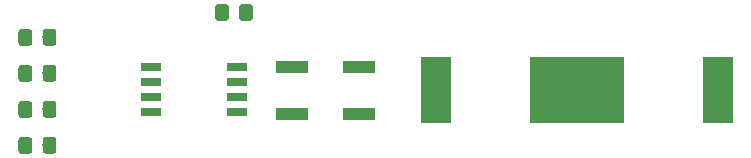
<source format=gbr>
G04 #@! TF.GenerationSoftware,KiCad,Pcbnew,5.0.0-fee4fd1~66~ubuntu16.04.1*
G04 #@! TF.CreationDate,2018-08-16T22:52:54+08:00*
G04 #@! TF.ProjectId,postcard,706F7374636172642E6B696361645F70,rev?*
G04 #@! TF.SameCoordinates,Original*
G04 #@! TF.FileFunction,Soldermask,Bot*
G04 #@! TF.FilePolarity,Negative*
%FSLAX46Y46*%
G04 Gerber Fmt 4.6, Leading zero omitted, Abs format (unit mm)*
G04 Created by KiCad (PCBNEW 5.0.0-fee4fd1~66~ubuntu16.04.1) date Thu Aug 16 22:52:54 2018*
%MOMM*%
%LPD*%
G01*
G04 APERTURE LIST*
%ADD10R,2.600000X5.560000*%
%ADD11R,8.000000X5.560000*%
%ADD12C,0.100000*%
%ADD13C,1.150000*%
%ADD14R,2.750000X1.000000*%
%ADD15R,1.700000X0.650000*%
G04 APERTURE END LIST*
D10*
G04 #@! TO.C,BT1*
X73910000Y-89210000D03*
X97720000Y-89210000D03*
D11*
X85815000Y-89210000D03*
G04 #@! TD*
D12*
G04 #@! TO.C,R1*
G36*
X56099505Y-81941204D02*
X56123773Y-81944804D01*
X56147572Y-81950765D01*
X56170671Y-81959030D01*
X56192850Y-81969520D01*
X56213893Y-81982132D01*
X56233599Y-81996747D01*
X56251777Y-82013223D01*
X56268253Y-82031401D01*
X56282868Y-82051107D01*
X56295480Y-82072150D01*
X56305970Y-82094329D01*
X56314235Y-82117428D01*
X56320196Y-82141227D01*
X56323796Y-82165495D01*
X56325000Y-82189999D01*
X56325000Y-83090001D01*
X56323796Y-83114505D01*
X56320196Y-83138773D01*
X56314235Y-83162572D01*
X56305970Y-83185671D01*
X56295480Y-83207850D01*
X56282868Y-83228893D01*
X56268253Y-83248599D01*
X56251777Y-83266777D01*
X56233599Y-83283253D01*
X56213893Y-83297868D01*
X56192850Y-83310480D01*
X56170671Y-83320970D01*
X56147572Y-83329235D01*
X56123773Y-83335196D01*
X56099505Y-83338796D01*
X56075001Y-83340000D01*
X55424999Y-83340000D01*
X55400495Y-83338796D01*
X55376227Y-83335196D01*
X55352428Y-83329235D01*
X55329329Y-83320970D01*
X55307150Y-83310480D01*
X55286107Y-83297868D01*
X55266401Y-83283253D01*
X55248223Y-83266777D01*
X55231747Y-83248599D01*
X55217132Y-83228893D01*
X55204520Y-83207850D01*
X55194030Y-83185671D01*
X55185765Y-83162572D01*
X55179804Y-83138773D01*
X55176204Y-83114505D01*
X55175000Y-83090001D01*
X55175000Y-82189999D01*
X55176204Y-82165495D01*
X55179804Y-82141227D01*
X55185765Y-82117428D01*
X55194030Y-82094329D01*
X55204520Y-82072150D01*
X55217132Y-82051107D01*
X55231747Y-82031401D01*
X55248223Y-82013223D01*
X55266401Y-81996747D01*
X55286107Y-81982132D01*
X55307150Y-81969520D01*
X55329329Y-81959030D01*
X55352428Y-81950765D01*
X55376227Y-81944804D01*
X55400495Y-81941204D01*
X55424999Y-81940000D01*
X56075001Y-81940000D01*
X56099505Y-81941204D01*
X56099505Y-81941204D01*
G37*
D13*
X55750000Y-82640000D03*
D12*
G36*
X58149505Y-81941204D02*
X58173773Y-81944804D01*
X58197572Y-81950765D01*
X58220671Y-81959030D01*
X58242850Y-81969520D01*
X58263893Y-81982132D01*
X58283599Y-81996747D01*
X58301777Y-82013223D01*
X58318253Y-82031401D01*
X58332868Y-82051107D01*
X58345480Y-82072150D01*
X58355970Y-82094329D01*
X58364235Y-82117428D01*
X58370196Y-82141227D01*
X58373796Y-82165495D01*
X58375000Y-82189999D01*
X58375000Y-83090001D01*
X58373796Y-83114505D01*
X58370196Y-83138773D01*
X58364235Y-83162572D01*
X58355970Y-83185671D01*
X58345480Y-83207850D01*
X58332868Y-83228893D01*
X58318253Y-83248599D01*
X58301777Y-83266777D01*
X58283599Y-83283253D01*
X58263893Y-83297868D01*
X58242850Y-83310480D01*
X58220671Y-83320970D01*
X58197572Y-83329235D01*
X58173773Y-83335196D01*
X58149505Y-83338796D01*
X58125001Y-83340000D01*
X57474999Y-83340000D01*
X57450495Y-83338796D01*
X57426227Y-83335196D01*
X57402428Y-83329235D01*
X57379329Y-83320970D01*
X57357150Y-83310480D01*
X57336107Y-83297868D01*
X57316401Y-83283253D01*
X57298223Y-83266777D01*
X57281747Y-83248599D01*
X57267132Y-83228893D01*
X57254520Y-83207850D01*
X57244030Y-83185671D01*
X57235765Y-83162572D01*
X57229804Y-83138773D01*
X57226204Y-83114505D01*
X57225000Y-83090001D01*
X57225000Y-82189999D01*
X57226204Y-82165495D01*
X57229804Y-82141227D01*
X57235765Y-82117428D01*
X57244030Y-82094329D01*
X57254520Y-82072150D01*
X57267132Y-82051107D01*
X57281747Y-82031401D01*
X57298223Y-82013223D01*
X57316401Y-81996747D01*
X57336107Y-81982132D01*
X57357150Y-81969520D01*
X57379329Y-81959030D01*
X57402428Y-81950765D01*
X57426227Y-81944804D01*
X57450495Y-81941204D01*
X57474999Y-81940000D01*
X58125001Y-81940000D01*
X58149505Y-81941204D01*
X58149505Y-81941204D01*
G37*
D13*
X57800000Y-82640000D03*
G04 #@! TD*
D12*
G04 #@! TO.C,R2*
G36*
X39449505Y-90154536D02*
X39473773Y-90158136D01*
X39497572Y-90164097D01*
X39520671Y-90172362D01*
X39542850Y-90182852D01*
X39563893Y-90195464D01*
X39583599Y-90210079D01*
X39601777Y-90226555D01*
X39618253Y-90244733D01*
X39632868Y-90264439D01*
X39645480Y-90285482D01*
X39655970Y-90307661D01*
X39664235Y-90330760D01*
X39670196Y-90354559D01*
X39673796Y-90378827D01*
X39675000Y-90403331D01*
X39675000Y-91303333D01*
X39673796Y-91327837D01*
X39670196Y-91352105D01*
X39664235Y-91375904D01*
X39655970Y-91399003D01*
X39645480Y-91421182D01*
X39632868Y-91442225D01*
X39618253Y-91461931D01*
X39601777Y-91480109D01*
X39583599Y-91496585D01*
X39563893Y-91511200D01*
X39542850Y-91523812D01*
X39520671Y-91534302D01*
X39497572Y-91542567D01*
X39473773Y-91548528D01*
X39449505Y-91552128D01*
X39425001Y-91553332D01*
X38774999Y-91553332D01*
X38750495Y-91552128D01*
X38726227Y-91548528D01*
X38702428Y-91542567D01*
X38679329Y-91534302D01*
X38657150Y-91523812D01*
X38636107Y-91511200D01*
X38616401Y-91496585D01*
X38598223Y-91480109D01*
X38581747Y-91461931D01*
X38567132Y-91442225D01*
X38554520Y-91421182D01*
X38544030Y-91399003D01*
X38535765Y-91375904D01*
X38529804Y-91352105D01*
X38526204Y-91327837D01*
X38525000Y-91303333D01*
X38525000Y-90403331D01*
X38526204Y-90378827D01*
X38529804Y-90354559D01*
X38535765Y-90330760D01*
X38544030Y-90307661D01*
X38554520Y-90285482D01*
X38567132Y-90264439D01*
X38581747Y-90244733D01*
X38598223Y-90226555D01*
X38616401Y-90210079D01*
X38636107Y-90195464D01*
X38657150Y-90182852D01*
X38679329Y-90172362D01*
X38702428Y-90164097D01*
X38726227Y-90158136D01*
X38750495Y-90154536D01*
X38774999Y-90153332D01*
X39425001Y-90153332D01*
X39449505Y-90154536D01*
X39449505Y-90154536D01*
G37*
D13*
X39100000Y-90853332D03*
D12*
G36*
X41499505Y-90154536D02*
X41523773Y-90158136D01*
X41547572Y-90164097D01*
X41570671Y-90172362D01*
X41592850Y-90182852D01*
X41613893Y-90195464D01*
X41633599Y-90210079D01*
X41651777Y-90226555D01*
X41668253Y-90244733D01*
X41682868Y-90264439D01*
X41695480Y-90285482D01*
X41705970Y-90307661D01*
X41714235Y-90330760D01*
X41720196Y-90354559D01*
X41723796Y-90378827D01*
X41725000Y-90403331D01*
X41725000Y-91303333D01*
X41723796Y-91327837D01*
X41720196Y-91352105D01*
X41714235Y-91375904D01*
X41705970Y-91399003D01*
X41695480Y-91421182D01*
X41682868Y-91442225D01*
X41668253Y-91461931D01*
X41651777Y-91480109D01*
X41633599Y-91496585D01*
X41613893Y-91511200D01*
X41592850Y-91523812D01*
X41570671Y-91534302D01*
X41547572Y-91542567D01*
X41523773Y-91548528D01*
X41499505Y-91552128D01*
X41475001Y-91553332D01*
X40824999Y-91553332D01*
X40800495Y-91552128D01*
X40776227Y-91548528D01*
X40752428Y-91542567D01*
X40729329Y-91534302D01*
X40707150Y-91523812D01*
X40686107Y-91511200D01*
X40666401Y-91496585D01*
X40648223Y-91480109D01*
X40631747Y-91461931D01*
X40617132Y-91442225D01*
X40604520Y-91421182D01*
X40594030Y-91399003D01*
X40585765Y-91375904D01*
X40579804Y-91352105D01*
X40576204Y-91327837D01*
X40575000Y-91303333D01*
X40575000Y-90403331D01*
X40576204Y-90378827D01*
X40579804Y-90354559D01*
X40585765Y-90330760D01*
X40594030Y-90307661D01*
X40604520Y-90285482D01*
X40617132Y-90264439D01*
X40631747Y-90244733D01*
X40648223Y-90226555D01*
X40666401Y-90210079D01*
X40686107Y-90195464D01*
X40707150Y-90182852D01*
X40729329Y-90172362D01*
X40752428Y-90164097D01*
X40776227Y-90158136D01*
X40800495Y-90154536D01*
X40824999Y-90153332D01*
X41475001Y-90153332D01*
X41499505Y-90154536D01*
X41499505Y-90154536D01*
G37*
D13*
X41150000Y-90853332D03*
G04 #@! TD*
D12*
G04 #@! TO.C,R3*
G36*
X41499505Y-93201204D02*
X41523773Y-93204804D01*
X41547572Y-93210765D01*
X41570671Y-93219030D01*
X41592850Y-93229520D01*
X41613893Y-93242132D01*
X41633599Y-93256747D01*
X41651777Y-93273223D01*
X41668253Y-93291401D01*
X41682868Y-93311107D01*
X41695480Y-93332150D01*
X41705970Y-93354329D01*
X41714235Y-93377428D01*
X41720196Y-93401227D01*
X41723796Y-93425495D01*
X41725000Y-93449999D01*
X41725000Y-94350001D01*
X41723796Y-94374505D01*
X41720196Y-94398773D01*
X41714235Y-94422572D01*
X41705970Y-94445671D01*
X41695480Y-94467850D01*
X41682868Y-94488893D01*
X41668253Y-94508599D01*
X41651777Y-94526777D01*
X41633599Y-94543253D01*
X41613893Y-94557868D01*
X41592850Y-94570480D01*
X41570671Y-94580970D01*
X41547572Y-94589235D01*
X41523773Y-94595196D01*
X41499505Y-94598796D01*
X41475001Y-94600000D01*
X40824999Y-94600000D01*
X40800495Y-94598796D01*
X40776227Y-94595196D01*
X40752428Y-94589235D01*
X40729329Y-94580970D01*
X40707150Y-94570480D01*
X40686107Y-94557868D01*
X40666401Y-94543253D01*
X40648223Y-94526777D01*
X40631747Y-94508599D01*
X40617132Y-94488893D01*
X40604520Y-94467850D01*
X40594030Y-94445671D01*
X40585765Y-94422572D01*
X40579804Y-94398773D01*
X40576204Y-94374505D01*
X40575000Y-94350001D01*
X40575000Y-93449999D01*
X40576204Y-93425495D01*
X40579804Y-93401227D01*
X40585765Y-93377428D01*
X40594030Y-93354329D01*
X40604520Y-93332150D01*
X40617132Y-93311107D01*
X40631747Y-93291401D01*
X40648223Y-93273223D01*
X40666401Y-93256747D01*
X40686107Y-93242132D01*
X40707150Y-93229520D01*
X40729329Y-93219030D01*
X40752428Y-93210765D01*
X40776227Y-93204804D01*
X40800495Y-93201204D01*
X40824999Y-93200000D01*
X41475001Y-93200000D01*
X41499505Y-93201204D01*
X41499505Y-93201204D01*
G37*
D13*
X41150000Y-93900000D03*
D12*
G36*
X39449505Y-93201204D02*
X39473773Y-93204804D01*
X39497572Y-93210765D01*
X39520671Y-93219030D01*
X39542850Y-93229520D01*
X39563893Y-93242132D01*
X39583599Y-93256747D01*
X39601777Y-93273223D01*
X39618253Y-93291401D01*
X39632868Y-93311107D01*
X39645480Y-93332150D01*
X39655970Y-93354329D01*
X39664235Y-93377428D01*
X39670196Y-93401227D01*
X39673796Y-93425495D01*
X39675000Y-93449999D01*
X39675000Y-94350001D01*
X39673796Y-94374505D01*
X39670196Y-94398773D01*
X39664235Y-94422572D01*
X39655970Y-94445671D01*
X39645480Y-94467850D01*
X39632868Y-94488893D01*
X39618253Y-94508599D01*
X39601777Y-94526777D01*
X39583599Y-94543253D01*
X39563893Y-94557868D01*
X39542850Y-94570480D01*
X39520671Y-94580970D01*
X39497572Y-94589235D01*
X39473773Y-94595196D01*
X39449505Y-94598796D01*
X39425001Y-94600000D01*
X38774999Y-94600000D01*
X38750495Y-94598796D01*
X38726227Y-94595196D01*
X38702428Y-94589235D01*
X38679329Y-94580970D01*
X38657150Y-94570480D01*
X38636107Y-94557868D01*
X38616401Y-94543253D01*
X38598223Y-94526777D01*
X38581747Y-94508599D01*
X38567132Y-94488893D01*
X38554520Y-94467850D01*
X38544030Y-94445671D01*
X38535765Y-94422572D01*
X38529804Y-94398773D01*
X38526204Y-94374505D01*
X38525000Y-94350001D01*
X38525000Y-93449999D01*
X38526204Y-93425495D01*
X38529804Y-93401227D01*
X38535765Y-93377428D01*
X38544030Y-93354329D01*
X38554520Y-93332150D01*
X38567132Y-93311107D01*
X38581747Y-93291401D01*
X38598223Y-93273223D01*
X38616401Y-93256747D01*
X38636107Y-93242132D01*
X38657150Y-93229520D01*
X38679329Y-93219030D01*
X38702428Y-93210765D01*
X38726227Y-93204804D01*
X38750495Y-93201204D01*
X38774999Y-93200000D01*
X39425001Y-93200000D01*
X39449505Y-93201204D01*
X39449505Y-93201204D01*
G37*
D13*
X39100000Y-93900000D03*
G04 #@! TD*
D12*
G04 #@! TO.C,R4*
G36*
X39449505Y-87107870D02*
X39473773Y-87111470D01*
X39497572Y-87117431D01*
X39520671Y-87125696D01*
X39542850Y-87136186D01*
X39563893Y-87148798D01*
X39583599Y-87163413D01*
X39601777Y-87179889D01*
X39618253Y-87198067D01*
X39632868Y-87217773D01*
X39645480Y-87238816D01*
X39655970Y-87260995D01*
X39664235Y-87284094D01*
X39670196Y-87307893D01*
X39673796Y-87332161D01*
X39675000Y-87356665D01*
X39675000Y-88256667D01*
X39673796Y-88281171D01*
X39670196Y-88305439D01*
X39664235Y-88329238D01*
X39655970Y-88352337D01*
X39645480Y-88374516D01*
X39632868Y-88395559D01*
X39618253Y-88415265D01*
X39601777Y-88433443D01*
X39583599Y-88449919D01*
X39563893Y-88464534D01*
X39542850Y-88477146D01*
X39520671Y-88487636D01*
X39497572Y-88495901D01*
X39473773Y-88501862D01*
X39449505Y-88505462D01*
X39425001Y-88506666D01*
X38774999Y-88506666D01*
X38750495Y-88505462D01*
X38726227Y-88501862D01*
X38702428Y-88495901D01*
X38679329Y-88487636D01*
X38657150Y-88477146D01*
X38636107Y-88464534D01*
X38616401Y-88449919D01*
X38598223Y-88433443D01*
X38581747Y-88415265D01*
X38567132Y-88395559D01*
X38554520Y-88374516D01*
X38544030Y-88352337D01*
X38535765Y-88329238D01*
X38529804Y-88305439D01*
X38526204Y-88281171D01*
X38525000Y-88256667D01*
X38525000Y-87356665D01*
X38526204Y-87332161D01*
X38529804Y-87307893D01*
X38535765Y-87284094D01*
X38544030Y-87260995D01*
X38554520Y-87238816D01*
X38567132Y-87217773D01*
X38581747Y-87198067D01*
X38598223Y-87179889D01*
X38616401Y-87163413D01*
X38636107Y-87148798D01*
X38657150Y-87136186D01*
X38679329Y-87125696D01*
X38702428Y-87117431D01*
X38726227Y-87111470D01*
X38750495Y-87107870D01*
X38774999Y-87106666D01*
X39425001Y-87106666D01*
X39449505Y-87107870D01*
X39449505Y-87107870D01*
G37*
D13*
X39100000Y-87806666D03*
D12*
G36*
X41499505Y-87107870D02*
X41523773Y-87111470D01*
X41547572Y-87117431D01*
X41570671Y-87125696D01*
X41592850Y-87136186D01*
X41613893Y-87148798D01*
X41633599Y-87163413D01*
X41651777Y-87179889D01*
X41668253Y-87198067D01*
X41682868Y-87217773D01*
X41695480Y-87238816D01*
X41705970Y-87260995D01*
X41714235Y-87284094D01*
X41720196Y-87307893D01*
X41723796Y-87332161D01*
X41725000Y-87356665D01*
X41725000Y-88256667D01*
X41723796Y-88281171D01*
X41720196Y-88305439D01*
X41714235Y-88329238D01*
X41705970Y-88352337D01*
X41695480Y-88374516D01*
X41682868Y-88395559D01*
X41668253Y-88415265D01*
X41651777Y-88433443D01*
X41633599Y-88449919D01*
X41613893Y-88464534D01*
X41592850Y-88477146D01*
X41570671Y-88487636D01*
X41547572Y-88495901D01*
X41523773Y-88501862D01*
X41499505Y-88505462D01*
X41475001Y-88506666D01*
X40824999Y-88506666D01*
X40800495Y-88505462D01*
X40776227Y-88501862D01*
X40752428Y-88495901D01*
X40729329Y-88487636D01*
X40707150Y-88477146D01*
X40686107Y-88464534D01*
X40666401Y-88449919D01*
X40648223Y-88433443D01*
X40631747Y-88415265D01*
X40617132Y-88395559D01*
X40604520Y-88374516D01*
X40594030Y-88352337D01*
X40585765Y-88329238D01*
X40579804Y-88305439D01*
X40576204Y-88281171D01*
X40575000Y-88256667D01*
X40575000Y-87356665D01*
X40576204Y-87332161D01*
X40579804Y-87307893D01*
X40585765Y-87284094D01*
X40594030Y-87260995D01*
X40604520Y-87238816D01*
X40617132Y-87217773D01*
X40631747Y-87198067D01*
X40648223Y-87179889D01*
X40666401Y-87163413D01*
X40686107Y-87148798D01*
X40707150Y-87136186D01*
X40729329Y-87125696D01*
X40752428Y-87117431D01*
X40776227Y-87111470D01*
X40800495Y-87107870D01*
X40824999Y-87106666D01*
X41475001Y-87106666D01*
X41499505Y-87107870D01*
X41499505Y-87107870D01*
G37*
D13*
X41150000Y-87806666D03*
G04 #@! TD*
D12*
G04 #@! TO.C,R5*
G36*
X41499505Y-84061204D02*
X41523773Y-84064804D01*
X41547572Y-84070765D01*
X41570671Y-84079030D01*
X41592850Y-84089520D01*
X41613893Y-84102132D01*
X41633599Y-84116747D01*
X41651777Y-84133223D01*
X41668253Y-84151401D01*
X41682868Y-84171107D01*
X41695480Y-84192150D01*
X41705970Y-84214329D01*
X41714235Y-84237428D01*
X41720196Y-84261227D01*
X41723796Y-84285495D01*
X41725000Y-84309999D01*
X41725000Y-85210001D01*
X41723796Y-85234505D01*
X41720196Y-85258773D01*
X41714235Y-85282572D01*
X41705970Y-85305671D01*
X41695480Y-85327850D01*
X41682868Y-85348893D01*
X41668253Y-85368599D01*
X41651777Y-85386777D01*
X41633599Y-85403253D01*
X41613893Y-85417868D01*
X41592850Y-85430480D01*
X41570671Y-85440970D01*
X41547572Y-85449235D01*
X41523773Y-85455196D01*
X41499505Y-85458796D01*
X41475001Y-85460000D01*
X40824999Y-85460000D01*
X40800495Y-85458796D01*
X40776227Y-85455196D01*
X40752428Y-85449235D01*
X40729329Y-85440970D01*
X40707150Y-85430480D01*
X40686107Y-85417868D01*
X40666401Y-85403253D01*
X40648223Y-85386777D01*
X40631747Y-85368599D01*
X40617132Y-85348893D01*
X40604520Y-85327850D01*
X40594030Y-85305671D01*
X40585765Y-85282572D01*
X40579804Y-85258773D01*
X40576204Y-85234505D01*
X40575000Y-85210001D01*
X40575000Y-84309999D01*
X40576204Y-84285495D01*
X40579804Y-84261227D01*
X40585765Y-84237428D01*
X40594030Y-84214329D01*
X40604520Y-84192150D01*
X40617132Y-84171107D01*
X40631747Y-84151401D01*
X40648223Y-84133223D01*
X40666401Y-84116747D01*
X40686107Y-84102132D01*
X40707150Y-84089520D01*
X40729329Y-84079030D01*
X40752428Y-84070765D01*
X40776227Y-84064804D01*
X40800495Y-84061204D01*
X40824999Y-84060000D01*
X41475001Y-84060000D01*
X41499505Y-84061204D01*
X41499505Y-84061204D01*
G37*
D13*
X41150000Y-84760000D03*
D12*
G36*
X39449505Y-84061204D02*
X39473773Y-84064804D01*
X39497572Y-84070765D01*
X39520671Y-84079030D01*
X39542850Y-84089520D01*
X39563893Y-84102132D01*
X39583599Y-84116747D01*
X39601777Y-84133223D01*
X39618253Y-84151401D01*
X39632868Y-84171107D01*
X39645480Y-84192150D01*
X39655970Y-84214329D01*
X39664235Y-84237428D01*
X39670196Y-84261227D01*
X39673796Y-84285495D01*
X39675000Y-84309999D01*
X39675000Y-85210001D01*
X39673796Y-85234505D01*
X39670196Y-85258773D01*
X39664235Y-85282572D01*
X39655970Y-85305671D01*
X39645480Y-85327850D01*
X39632868Y-85348893D01*
X39618253Y-85368599D01*
X39601777Y-85386777D01*
X39583599Y-85403253D01*
X39563893Y-85417868D01*
X39542850Y-85430480D01*
X39520671Y-85440970D01*
X39497572Y-85449235D01*
X39473773Y-85455196D01*
X39449505Y-85458796D01*
X39425001Y-85460000D01*
X38774999Y-85460000D01*
X38750495Y-85458796D01*
X38726227Y-85455196D01*
X38702428Y-85449235D01*
X38679329Y-85440970D01*
X38657150Y-85430480D01*
X38636107Y-85417868D01*
X38616401Y-85403253D01*
X38598223Y-85386777D01*
X38581747Y-85368599D01*
X38567132Y-85348893D01*
X38554520Y-85327850D01*
X38544030Y-85305671D01*
X38535765Y-85282572D01*
X38529804Y-85258773D01*
X38526204Y-85234505D01*
X38525000Y-85210001D01*
X38525000Y-84309999D01*
X38526204Y-84285495D01*
X38529804Y-84261227D01*
X38535765Y-84237428D01*
X38544030Y-84214329D01*
X38554520Y-84192150D01*
X38567132Y-84171107D01*
X38581747Y-84151401D01*
X38598223Y-84133223D01*
X38616401Y-84116747D01*
X38636107Y-84102132D01*
X38657150Y-84089520D01*
X38679329Y-84079030D01*
X38702428Y-84070765D01*
X38726227Y-84064804D01*
X38750495Y-84061204D01*
X38774999Y-84060000D01*
X39425001Y-84060000D01*
X39449505Y-84061204D01*
X39449505Y-84061204D01*
G37*
D13*
X39100000Y-84760000D03*
G04 #@! TD*
D14*
G04 #@! TO.C,SW1*
X61645000Y-87270000D03*
X67395000Y-87270000D03*
X67395000Y-91270000D03*
X61645000Y-91270000D03*
G04 #@! TD*
D15*
G04 #@! TO.C,U1*
X57010000Y-91115000D03*
X57010000Y-89845000D03*
X57010000Y-88575000D03*
X57010000Y-87305000D03*
X49710000Y-87305000D03*
X49710000Y-88575000D03*
X49710000Y-89845000D03*
X49710000Y-91115000D03*
G04 #@! TD*
M02*

</source>
